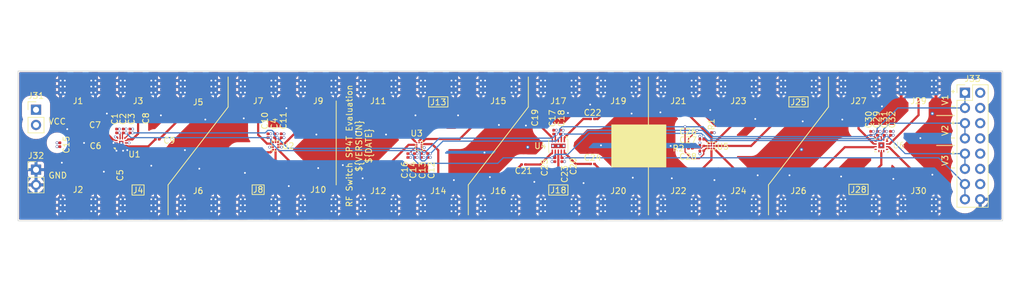
<source format=kicad_pcb>
(kicad_pcb (version 20240108) (generator "pcbnew") (generator_version "8.0")
  (title_block (title "${TITLE}") (date "${DATE}") (rev "${VERSION}") (company "${COPYRIGHT}") (comment 1 "${LICENSE}"))
  (layers (0 "F.Cu" signal) (1 "In1.Cu" signal) (2 "In2.Cu" signal) (31 "B.Cu" signal) (34 "B.Paste" user) (35 "F.Paste" user) (36 "B.SilkS" user "B.Silkscreen") (37 "F.SilkS" user "F.Silkscreen") (38 "B.Mask" user) (39 "F.Mask" user) (44 "Edge.Cuts" user))
  (property "COPYRIGHT" "Copyright 2024 Great Scott Gadgets")
  (property "DATE" "2024-11-11")
  (property "LICENSE" "Licensed under the CERN-OHL-P v2")
  (property "TITLE" "RF Switch SP4T Evaluation")
  (property "VERSION" "0.1.0")
  (net 0 "")
  (net 1 "GND")
  (net 2 "Net-(J9-In)")
  (net 3 "Net-(J10-In)")
  (net 4 "Net-(J11-In)")
  (net 5 "Net-(J12-In)")
  (net 6 "VCC")
  (net 7 "Net-(J1-In)")
  (net 8 "Net-(J2-In)")
  (net 9 "Net-(J3-In)")
  (net 10 "Net-(J4-In)")
  (net 11 "Net-(J5-In)")
  (net 12 "Net-(J6-In)")
  (net 13 "Net-(J7-In)")
  (net 14 "Net-(J8-In)")
  (net 15 "/V1")
  (net 16 "/V3")
  (net 17 "Net-(U1-RFC)")
  (net 18 "Net-(U1-RF1)")
  (net 19 "Net-(U1-RF2)")
  (net 20 "Net-(U1-RF3)")
  (net 21 "Net-(U1-RF4)")
  (net 22 "Net-(J16-In)")
  (net 23 "Net-(U4-J1)")
  (net 24 "/V4")
  (net 25 "Net-(J17-In)")
  (net 26 "Net-(U4-J3)")
  (net 27 "Net-(J18-In)")
  (net 28 "Net-(U4-J2)")
  (net 29 "Net-(U4-RFC)")
  (net 30 "Net-(J19-In)")
  (net 31 "Net-(J20-In)")
  (net 32 "Net-(U4-J4)")
  (net 33 "Net-(J13-In)")
  (net 34 "Net-(J14-In)")
  (net 35 "Net-(J15-In)")
  (net 36 "Net-(J22-In)")
  (net 37 "Net-(J23-In)")
  (net 38 "Net-(J24-In)")
  (net 39 "Net-(J25-In)")
  (net 40 "Net-(J26-In)")
  (net 41 "Net-(J27-In)")
  (net 42 "Net-(J28-In)")
  (net 43 "Net-(J29-In)")
  (net 44 "Net-(J30-In)")
  (net 46 "/V2")
  (net 47 "Net-(J21-In)")
  (footprint "sma-variants:Linx_SMA_CONSMA003.062" (layer "F.Cu") (at 140 120 90)
    (property "Reference" "J8")
    (property "Value" "Conn_Coaxial")
  )
  (footprint "Capacitor_SMD:C_0201_0603Metric" (layer "F.Cu") (at 120 102.8 90)
    (property "Reference" "C8")
    (property "Value" "C")
  )
  (footprint "Capacitor_SMD:C_0201_0603Metric" (layer "F.Cu") (at 213.9 107.5 180)
    (property "Reference" "C27")
    (property "Value" "C")
  )
  (footprint "Capacitor_SMD:C_0201_0603Metric" (layer "F.Cu") (at 242 105.4 90)
    (property "Reference" "C30")
    (property "Value" "C")
  )
  (footprint "sma-variants:Linx_SMA_CONSMA003.062" (layer "F.Cu") (at 170 120 90)
    (property "Reference" "J14")
    (property "Value" "Conn_Coaxial")
  )
  (footprint "sma-variants:Linx_SMA_CONSMA003.062" (layer "F.Cu") (at 140 95 -90)
    (property "Reference" "J7")
    (property "Value" "Conn_Coaxial")
  )
  (footprint "sma-variants:Linx_SMA_CONSMA003.062" (layer "F.Cu") (at 150 95 -90)
    (property "Reference" "J9")
    (property "Value" "Conn_Coaxial")
  )
  (footprint "sma-variants:Linx_SMA_CONSMA003.062" (layer "F.Cu") (at 180 120 90)
    (property "Reference" "J16")
    (property "Value" "Conn_Coaxial")
  )
  (footprint "Capacitor_SMD:C_0201_0603Metric" (layer "F.Cu") (at 190.3 105.2 90)
    (property "Reference" "C18")
    (property "Value" "C")
  )
  (footprint "Capacitor_SMD:C_0201_0603Metric" (layer "F.Cu") (at 189.45 109.8 -90)
    (property "Reference" "C25")
    (property "Value" "C")
  )
  (footprint "sma-variants:Linx_SMA_CONSMA003.062" (layer "F.Cu") (at 110 95 -90)
    (property "Reference" "J1")
    (property "Value" "Conn_Coaxial")
  )
  (footprint "Capacitor_SMD:C_0201_0603Metric" (layer "F.Cu") (at 107 107.3 -90)
    (property "Reference" "C15")
    (property "Value" "C")
  )
  (footprint "sma-variants:Linx_SMA_CONSMA003.062" (layer "F.Cu") (at 240 120 90)
    (property "Reference" "J28")
    (property "Value" "Conn_Coaxial")
  )
  (footprint "sma-variants:Linx_SMA_CONSMA003.062" (layer "F.Cu") (at 250 95 -90)
    (property "Reference" "J29")
    (property "Value" "Conn_Coaxial")
  )
  (footprint "sma-variants:Linx_SMA_CONSMA003.062" (layer "F.Cu") (at 250 120 90)
    (property "Reference" "J30")
    (property "Value" "Conn_Coaxial")
  )
  (footprint "sma-variants:Linx_SMA_CONSMA003.062" (layer "F.Cu") (at 150 120 90)
    (property "Reference" "J10")
    (property "Value" "Conn_Coaxial")
  )
  (footprint "Capacitor_SMD:C_0201_0603Metric" (layer "F.Cu") (at 112.92 108.8 180)
    (property "Reference" "C6")
    (property "Value" "C")
  )
  (footprint "Capacitor_SMD:C_0201_0603Metric" (layer "F.Cu") (at 184.2 110.6 180)
    (property "Reference" "C21")
    (property "Value" "C")
  )
  (footprint "sma-variants:Linx_SMA_CONSMA003.062" (layer "F.Cu") (at 200 95 -90)
    (property "Reference" "J19")
    (property "Value" "Conn_Coaxial")
  )
  (footprint "sma-variants:Linx_SMA_CONSMA003.062" (layer "F.Cu") (at 220 120 90)
    (property "Reference" "J24")
    (property "Value" "Conn_Coaxial")
  )
  (footprint "Connector_PinHeader_2.54mm:PinHeader_1x02_P2.54mm_Vertical" (layer "F.Cu") (at 103 101.46)
    (property "Reference" "J31")
    (property "Value" "Conn_01x02")
  )
  (footprint "sma-variants:Linx_SMA_CONSMA003.062" (layer "F.Cu") (at 120 120 90)
    (property "Reference" "J4")
    (property "Value" "Conn_Coaxial")
  )
  (footprint "Capacitor_SMD:C_0201_0603Metric" (layer "F.Cu") (at 168.2 109.1 -90)
    (property "Reference" "C12")
    (property "Value" "C")
  )
  (footprint "sma-variants:Linx_SMA_CONSMA003.062" (layer "F.Cu") (at 170 95 -90)
    (property "Reference" "J13")
    (property "Value" "Conn_Coaxial")
  )
  (footprint "sma-variants:Linx_SMA_CONSMA003.062" (layer "F.Cu") (at 200 120 90)
    (property "Reference" "J20")
    (property "Value" "Conn_Coaxial")
  )
  (footprint "Connector_PinHeader_2.54mm:PinHeader_1x02_P2.54mm_Vertical" (layer "F.Cu") (at 103 111.46)
    (property "Reference" "J32")
    (property "Value" "Conn_01x02")
  )
  (footprint "eval:ATSLP-10-50" (layer "F.Cu") (at 142.9 107.5 180)
    (property "Reference" "U2")
    (property "Value" "BGS14PN10")
  )
  (footprint "Capacitor_SMD:C_0201_0603Metric" (layer "F.Cu") (at 189.2 105.2 90)
    (property "Reference" "C17")
    (property "Value" "C")
  )
  (footprint "Capacitor_SMD:C_0201_0603Metric" (layer "F.Cu") (at 143.8 105.8 90)
    (property "Reference" "C11")
    (property "Value" "C")
  )
  (footprint "sma-variants:Linx_SMA_CONSMA003.062" (layer "F.Cu") (at 130 95 -90)
    (property "Reference" "J5")
    (property "Value" "Conn_Coaxial")
  )
  (footprint "Capacitor_SMD:C_0201_0603Metric" (layer "F.Cu") (at 141.6 105.8 90)
    (property "Reference" "C10")
    (property "Value" "C")
  )
  (footprint "Capacitor_SMD:C_0201_0603Metric" (layer "F.Cu") (at 213.9 108.3 180)
    (property "Reference" "C28")
    (property "Value" "C")
  )
  (footprint "Capacitor_SMD:C_0201_0603Metric" (layer "F.Cu") (at 164.9 109.1 -90)
    (property "Reference" "C16")
    (property "Value" "C")
  )
  (footprint "Capacitor_SMD:C_0201_0603Metric" (layer "F.Cu") (at 117.5 105 90)
    (property "Reference" "C2")
    (property "Value" "C")
  )
  (footprint "Capacitor_SMD:C_0201_0603Metric" (layer "F.Cu") (at 213.9 106.4 180)
    (property "Reference" "C26")
    (property "Value" "C")
  )
  (footprint "sma-variants:Linx_SMA_CONSMA003.062" (layer "F.Cu") (at 160 95 -90)
    (property "Reference" "J11")
    (property "Value" "Conn_Coaxial")
  )
  (footprint "sma-variants:Linx_SMA_CONSMA003.062" (layer "F.Cu") (at 240 95 -90)
    (property "Reference" "J27")
    (property "Value" "Conn_Coaxial")
  )
  (footprint "sma-variants:Linx_SMA_CONSMA003.062" (layer "F.Cu") (at 180 95 -90)
    (property "Reference" "J15")
    (property "Value" "Conn_Coaxial")
  )
  (footprint "Capacitor_SMD:C_0201_0603Metric" (layer "F.Cu") (at 166 109.1 -90)
    (property "Reference" "C14")
    (property "Value" "C")
  )
  (footprint "Capacitor_SMD:C_0201_0603Metric" (layer "F.Cu") (at 116.4 105 90)
    (property "Reference" "C1")
    (property "Value" "C")
  )
  (footprint "Resistor_SMD:R_0201_0603Metric" (layer "F.Cu") (at 215.5 105.6 90)
    (property "Reference" "R1")
    (property "Value" "0")
  )
  (footprint "sma-variants:Linx_SMA_CONSMA003.062" (layer "F.Cu") (at 210 120 90)
    (property "Reference" "J22")
    (property "Value" "Conn_Coaxial")
  )
  (footprint "Capacitor_SMD:C_0201_0603Metric" (layer "F.Cu") (at 117 110.5 90)
    (property "Reference" "C5")
    (property "Value" "C")
  )
  (footprint "sma-variants:Linx_SMA_CONSMA003.062" (layer "F.Cu") (at 210 95 -90)
    (property "Reference" "J21")
    (property "Value" "Conn_Coaxial")
  )
  (footprint "Capacitor_SMD:C_0201_0603Metric" (layer "F.Cu") (at 118.6 105 90)
    (property "Reference" "C3")
    (property "Value" "C")
  )
  (footprint "Capacitor_SMD:C_0201_0603Metric" (layer "F.Cu") (at 190.55 109.8 -90)
    (property "Reference" "C20")
    (property "Value" "C")
  )
  (footprint "Capacitor_SMD:C_0201_0603Metric" (layer "F.Cu") (at 167.1 109.1 -90)
    (property "Reference" "C13")
    (property "Value" "C")
  )
  (footprint "eval:SKY13322-375LF" (layer "F.Cu") (at 190 107.5 -90)
    (property "Reference" "U4")
    (property "Value" "SKY13322" (hide yes))
  )
  (footprint "Capacitor_SMD:C_0201_0603Metric" (layer "F.Cu") (at 244.2 105.4 90)
    (property "Reference" "C31")
    (property "Value" "C")
  )
  (footprint "Capacitor_SMD:C_0201_0603Metric" (layer "F.Cu") (at 245.3 105.4 90)
    (property "Reference" "C32")
    (property "Value" "C")
  )
  (footprint "Capacitor_SMD:C_0201_0603Metric" (layer "F.Cu") (at 123.2 106.4)
    (property "Reference" "C9")
    (property "Value" "C")
  )
  (footprint "sma-variants:Linx_SMA_CONSMA003.062" (layer "F.Cu") (at 130 120 90)
    (property "Reference" "J6")
    (property "Value" "Conn_Coaxial")
  )
  (footprint "Connector_PinHeader_2.54mm:PinHeader_2x08_P2.54mm_Vertical" (layer "F.Cu") (at 257.725 98.625)
    (property "Reference" "J33")
    (property "Value" "Conn_02x08_Odd_Even")
  )
  (footprint "sma-variants:Linx_SMA_CONSMA003.062" (layer "F.Cu") (at 190 120 90)
    (property "Reference" "J18")
    (property "Value" "Conn_Coaxial")
  )
  (footprint "eval:TSNP-10-10" (layer "F.Cu") (at 166.8 107.5)
    (property "Reference" "U3")
    (property "Value" "BGSA14M2N10")
  )
  (footprint "Capacitor_SMD:C_0201_0603Metric" (layer "F.Cu") (at 195.7 103)
    (property "Reference" "C22")
    (property "Value" "C")
  )
  (footprint "Capacitor_SMD:C_0201_0603Metric" (layer "F.Cu") (at 142.7 105.8 90)
    (property "Reference" "C4")
    (property "Value" "C")
  )
  (footprint "Capacitor_SMD:C_0201_0603Metric" (layer "F.Cu") (at 112.9 105.2 180)
    (property "Reference" "C7")
    (property "Value" "C")
  )
  (footprint "Capacitor_SMD:C_0201_0603Metric" (layer "F.Cu") (at 187.4 102.8 -90)
    (property "Reference" "C19")
    (property "Value" "C")
  )
  (footprint "eval:SKY13414" (layer "F.Cu") (at 243.8 107.4 180)
    (property "Reference" "U6")
    (property "Value" "MXD8641H")
  )
  (footprint "Capacitor_SMD:C_0201_0603Metric" (layer "F.Cu") (at 243.1 105.4 90)
    (property "Reference" "C29")
    (property "Value" "C")
  )
  (footprint "Resistor_SMD:R_0201_0603Metric" (layer "F.Cu") (at 212 107.9)
    (property "Reference" "R2")
    (property "Value" "0")
  )
  (footprint "RF:Skyworks_SKY13575_639LF" (layer "F.Cu") (at 117.2 107 90)
    (property "Reference" "U1")
    (property "Value" "SKY13575-639LF")
  )
  (footprint "eval:TSNP-9-3" (layer "F.Cu") (at 215.5 107.5 90)
    (property "Reference" "U5")
    (property "Value" "WS7854QA")
  )
  (footprint "sma-variants:Linx_SMA_CONSMA003.062" (layer "F.Cu") (at 190 95 -90)
    (property "Reference" "J17")
    (property "Value" "Conn_Coaxial")
  )
  (footprint "sma-variants:Linx_SMA_CONSMA003.062" (layer "F.Cu") (at 230 120 90)
    (property "Reference" "J26")
    (property "Value" "Conn_Coaxial")
  )
  (footprint "Capacitor_SMD:C_0201_0603Metric" (layer "F.Cu") (at 190 112.2 -90)
    (property "Reference" "C23")
    (property "Value" "C")
  )
  (footprint "sma-variants:Linx_SMA_CONSMA003.062" (layer "F.Cu") (at 160 120 90)
    (property "Reference" "J12")
    (property "Value" "Conn_Coaxial")
  )
  (footprint "sma-variants:Linx_SMA_CONSMA003.062" (layer "F.Cu") (at 220 95 -90)
    (property "Reference" "J23")
    (property "Value" "Conn_Coaxial")
  )
  (footprint "sma-variants:Linx_SMA_CONSMA003.062" (layer "F.Cu") (at 110 120 90)
    (property "Reference" "J2")
    (property "Value" "Conn_Coaxial")
  )
  (footprint "sma-variants:Linx_SMA_CONSMA003.062" (layer "F.Cu") (at 120 95 -90)
    (property "Reference" "J3")
    (property "Value" "Conn_Coaxial")
  )
  (footprint "Capacitor_SMD:C_0201_0603Metric" (layer "F.Cu") (at 195.7 110.5)
    (property "Reference" "C24")
    (property "Value" "C")
  )
  (footprint "sma-variants:Linx_SMA_CONSMA003.062" (layer "F.Cu") (at 230 95 -90)
    (property "Reference" "J25")
    (property "Value" "Conn_Coaxial")
  )
  (gr_rect (start 198.9 104) (end 207.9 111) (stroke (width 0.15)) (fill solid) (layer "F.SilkS"))
  (gr_line (start 235 96) (end 235 101) (stroke (width 0.15)) (layer "F.SilkS"))
  (gr_line (start 205 96) (end 205 119) (stroke (width 0.15)) (layer "F.SilkS"))
  (gr_line (start 255.5 98.425) (end 256 98.425) (stroke (width 0.15)) (layer "F.SilkS"))
  (gr_line (start 255.75 103.425) (end 255.75 103.925) (stroke (width 0.15)) (layer "F.SilkS"))
  (gr_line (start 256 107.425) (end 253 107.425) (stroke (width 0.15)) (layer "F.SilkS"))
  (gr_line (start 255.75 108.425) (end 255.75 108.925) (stroke (width 0.15)) (layer "F.SilkS"))
  (gr_line (start 255.75 98.175) (end 255.75 98.675) (stroke (width 0.15)) (layer "F.SilkS"))
  (gr_line (start 175 114) (end 175 119) (stroke (width 0.15)) (layer "F.SilkS"))
  (gr_line (start 225 114) (end 225 119) (stroke (width 0.15)) (layer "F.SilkS"))
  (gr_rect (start 139 114) (end 141 115.6) (stroke (width 0.15)) (fill none) (layer "F.SilkS"))
  (gr_line (start 255.5 108.675) (end 256 108.675) (stroke (width 0.15)) (layer "F.SilkS"))
  (gr_line (start 255.5 100.925) (end 256 100.925) (stroke (width 0.15)) (layer "F.SilkS"))
  (gr_rect (start 228.4 99.3) (end 231.6 101) (stroke (width 0.15)) (fill none) (layer "F.SilkS"))
  (gr_line (start 135 96) (end 135 101) (stroke (width 0.15)) (layer "F.SilkS"))
  (gr_line (start 125 114) (end 125 119) (stroke (width 0.15)) (layer "F.SilkS"))
  (gr_line (start 185 101) (end 175 114) (stroke (width 0.15)) (layer "F.SilkS"))
  (gr_line (start 255.5 111.175) (end 256 111.175) (stroke (width 0.15)) (layer "F.SilkS"))
  (gr_line (start 135 101) (end 125 114) (stroke (width 0.15)) (layer "F.SilkS"))
  (gr_rect (start 188.4 114) (end 191.6 115.7) (stroke (width 0.15)) (fill none) (layer "F.SilkS"))
  (gr_rect (start 119 114) (end 121 115.7) (stroke (width 0.15)) (fill none) (layer "F.SilkS"))
  (gr_line (start 153 100) (end 153 114) (stroke (width 0.15)) (layer "F.SilkS"))
  (gr_line (start 256 102.425) (end 253 102.425) (stroke (width 0.15)) (layer "F.SilkS"))
  (gr_rect (start 168.4 99.3) (end 171.6 101) (stroke (width 0.15)) (fill none) (layer "F.SilkS"))
  (gr_line (start 255.5 106.175) (end 256 106.175) (stroke (width 0.15)) (layer "F.SilkS"))
  (gr_line (start 185 96) (end 185 101) (stroke (width 0.15)) (layer "F.SilkS"))
  (gr_line (start 255.5 103.675) (end 256 103.675) (stroke (width 0.15)) (layer "F.SilkS"))
  (gr_line (start 235 101) (end 225 114) (stroke (width 0.15)) (layer "F.SilkS"))
  (gr_rect (start 238.4 113.9) (end 241.6 115.6) (stroke (width 0.15)) (fill none) (layer "F.SilkS"))
  (gr_rect (start 100 95) (end 264 120) (stroke (width 0.1)) (fill none) (layer "Edge.Cuts"))
  (gr_text "${TITLE}\n${REVISION}\n${ISSUE_DATE}" (at 159 107.5 90) (layer "F.SilkS") (effects (font (size 1 1)) (justify bottom)))
  (gr_text "V3" (at 255 109.925 90) (layer "F.SilkS") (effects (font (size 1 1)) (justify bottom)))
  (gr_text "V1" (at 255 99.825 90) (layer "F.SilkS") (effects (font (size 1 1)) (justify bottom)))
  (gr_text "GND" (at 105 113 0) (layer "F.SilkS") (effects (font (size 1 1)) (justify left bottom)))
  (gr_text "VCC" (at 105 104 0) (layer "F.SilkS") (effects (font (size 1 1)) (justify left bottom)))
  (gr_text "V2" (at 255 104.925 90) (layer "F.SilkS") (effects (font (size 1 1)) (justify bottom)))
  (segment (start 244.2 105.08) (end 244.7 105.08) (width 0.36576) (layer "F.Cu") (net 1))
  (segment (start 215.5 105.28) (end 215.98 105.28) (width 0.36576) (layer "F.Cu") (net 1))
  (segment (start 117.4 108.2) (end 117.5 108.3) (width 0.2) (layer "F.Cu") (net 1))
  (segment (start 116.472 106) (end 116.2 106) (width 0.2) (layer "F.Cu") (net 1))
  (segment (start 167.575 107.675) (end 167.68 107.78) (width 0.2) (layer "F.Cu") (net 1))
  (segment (start 243.1 105.08) (end 243.6 105.08) (width 0.36576) (layer "F.Cu") (net 1))
  (segment (start 245.79 105.08) (end 245.8 105.07) (width 0.36576) (layer "F.Cu") (net 1))
  (segment (start 142.5 107.7) (end 141.9 107.7) (width 0.25) (layer "F.Cu") (net 1))
  (segment (start 118.6 104.68) (end 119.1 104.68) (width 0.36576) (layer "F.Cu") (net 1))
  (segment (start 116.6 106.128) (end 116.472 106) (width 0.2) (layer "F.Cu") (net 1))
  (segment (start 213.58 108.3) (end 213.58 108.8) (width 0.36576) (layer "F.Cu") (net 1))
  (segment (start 118.136 108.2) (end 118.2 108.2) (width 0.2) (layer "F.Cu") (net 1))
  (segment (start 242 105.08) (end 242.5 105.08) (width 0.36576) (layer "F.Cu") (net 1))
  (segment (start 143.8 105.48) (end 144.3 105.48) (width 0.36576) (layer "F.Cu") (net 1))
  (segment (start 141.6 105.48) (end 142.1 105.48) (width 0.36576) (layer "F.Cu") (net 1))
  (segment (start 190.3 104.88) (end 190.8 104.88) (width 0.36576) (layer "F.Cu") (net 1))
  (segment (start 168.69 109.42) (end 168.7 109.41) (width 0.36576) (layer "F.Cu") (net 1))
  (segment (start 213.58 107.5) (end 213.58 107) (width 0.36576) (layer "F.Cu") (net 1))
  (segment (start 116.599 107.866) (end 116.599 108.101) (width 0.2) (layer "F.Cu") (net 1))
  (segment (start 117.972 107) (end 118.5 107) (width 0.2) (layer "F.Cu") (net 1))
  (segment (start 164.9 109.42) (end 165.4 109.42) (width 0.36576) (layer "F.Cu") (net 1))
  (segment (start 213.58 106.4) (end 213.58 105.9) (width 0.36576) (layer "F.Cu") (net 1))
  (segment (start 167.175 107.675) (end 167.575 107.675) (width 0.2) (layer "F.Cu") (net 1))
  (segment (start 189.45 110.12) (end 188.95 110.12) (width 0.36576) (layer "F.Cu") (net 1))
  (segment (start 168.2 109.42) (end 168.69 109.42) (width 0.36576) (layer "F.Cu") (net 1))
  (segment (start 116.428 107) (end 115.9 107) (width 0.2) (layer "F.Cu") (net 1))
  (segment (start 117.4 107.772) (end 117.4 108.2) (width 0.2) (layer "F.Cu") (net 1))
  (segment (start 142.7 105.48) (end 143.2 105.48) (width 0.36576) (layer "F.Cu") (net 1))
  (segment (start 190.55 110.12) (end 191.05 110.12) (width 0.36576) (layer "F.Cu") (net 1))
  (segment (start 116.4 104.68) (end 116.9 104.68) (width 0.36576) (layer "F.Cu") (net 1))
  (segment (start 245.3 105.08) (end 245.79 105.08) (width 0.36576) (layer "F.Cu") (net 1))
  (segment (start 117.802 107.866) (end 118.136 108.2) (width 0.2) (layer "F.Cu") (net 1))
  (segment (start 143.3 107.7) (end 143.9 107.7) (width 0.25) (layer "F.Cu") (net 1))
  (segment (start 189.2 104.88) (end 189.7 104.88) (width 0.36576) (layer "F.Cu") (net 1))
  (segment (start 117.5 104.68) (end 118 104.68) (width 0.36576) (layer "F.Cu") (net 1))
  (segment (start 166 109.42) (end 166.5 109.42) (width 0.36576) (layer "F.Cu") (net 1))
  (segment (start 116.599 108.101) (end 116.4 108.3) (width 0.2) (layer "F.Cu") (net 1))
  (segment (start 107 107.62) (end 106.5 107.62) (width 0.36576) (layer "F.Cu") (net 1))
  (segment (start 167.1 109.42) (end 167.6 109.42) (width 0.36576) (layer "F.Cu") (net 1))
  (segment (start 215.98 105.28) (end 216 105.3) (width 0.36576) (layer "F.Cu") (net 1))
  (via (at 191.05 110.12) (size 0.45) (drill 0.3) (layers "F.Cu" "B.Cu") (net 1))
  (via (at 117.2 107) (size 0.45) (drill 0.3) (layers "F.Cu" "B.Cu") (net 1))
  (via (at 252.3 102.1) (size 0.6) (drill 0.3) (layers "F.Cu" "B.Cu") (net 1))
  (via (at 118.5 107) (size 0.45) (drill 0.3) (layers "F.Cu" "B.Cu") (net 1))
  (via (at 166.2 102.4) (size 0.6) (drill 0.3) (layers "F.Cu" "B.Cu") (net 1))
  (via (at 130.2 111.3) (size 0.6) (drill 0.3) (layers "F.Cu" "B.Cu") (net 1))
  (via (at 172.6 113.2) (size 0.6) (drill 0.3) (layers "F.Cu" "B.Cu") (net 1))
  (via (at 116.2 106) (size 0.45) (drill 0.3) (layers "F.Cu" "B.Cu") (net 1))
  (via (at 245.8 105.07) (size 0.45) (drill 0.3) (layers "F.Cu" "B.Cu") (net 1))
  (via (at 168.7 109.41) (size 0.45) (drill 0.3) (layers "F.Cu" "B.Cu") (net 1))
  (via (at 184.9 107.7) (size 0.6) (drill 0.3) (layers "F.Cu" "B.Cu") (net 1))
  (via (at 215.3 101.5) (size 0.6) (drill 0.3) (layers "F.Cu" "B.Cu") (net 1))
  (via (at 157.4 112.9) (size 0.6) (drill 0.3) (layers "F.Cu" "B.Cu") (net 1))
  (via (at 127.8 108.2) (size 0.6) (drill 0.3) (layers "F.Cu" "B.Cu") (net 1))
  (via (at 173.3 102.4) (size 0.6) (drill 0.3) (layers "F.Cu" "B.Cu") (net 1))
  (via (at 186 113.5) (size 0.6) (drill 0.3) (layers "F.Cu" "B.Cu") (net 1))
  (via (at 216 105.3) (size 0.45) (drill 0.3) (layers "F.Cu" "B.Cu") (net 1))
  (via (at 106.5 107.62) (size 0.45) (drill 0.3) (layers "F.Cu" "B.Cu") (net 1))
  (via (at 150 111.2) (size 0.6) (drill 0.3) (layers "F.Cu" "B.Cu") (net 1))
  (via (at 141.9 107.7) (size 0.45) (drill 0.3) (layers "F.Cu" "B.Cu") (net 1))
  (via (at 189.7 104.88) (size 0.45) (drill 0.3) (layers "F.Cu" "B.Cu") (net 1))
  (via (at 143.2 105.48) (size 0.45) (drill 0.3) (layers "F.Cu" "B.Cu") (net 1))
  (via (at 144.3 105.48) (size 0.45) (drill 0.3) (layers "F.Cu" "B.Cu") (net 1))
  (via (at 180.1 104) (size 0.6) (drill 0.3) (layers "F.Cu" "B.Cu") (net 1))
  (via (at 107.3 110.3) (size 0.6) (drill 0.3) (layers "F.Cu" "B.Cu") (net 1))
  (via (at 116.9 104.68) (size 0.45) (drill 0.3) (layers "F.Cu" "B.Cu") (net 1))
  (via (at 190.8 104.88) (size 0.45) (drill 0.3) (layers "F.Cu" "B.Cu") (net 1))
  (via (at 154.1 110.7) (size 0.6) (drill 0.3) (layers "F.Cu" "B.Cu") (net 1))
  (via (at 118.2 108.2) (size 0.45) (drill 0.3) (layers "F.Cu" "B.Cu") (net 1))
  (via (at 137.6 102.9) (size 0.6) (drill 0.3) (layers "F.Cu" "B.Cu") (net 1))
  (via (at 167.6 109.42) (size 0.45) (drill 0.3) (layers "F.Cu" "B.Cu") (net 1))
  (via (at 188.95 110.12) (size 0.45) (drill 0.3) (layers "F.Cu" "B.Cu") (net 1))
  (via (at 242.5 105.08) (size 0.45) (drill 0.3) (layers "F.Cu" "B.Cu") (net 1))
  (via (at 149.7 105.6) (size 0.6) (drill 0.3) (layers "F.Cu" "B.Cu") (net 1))
  (via (at 208.9 112.9) (size 0.6) (drill 0.3) (layers "F.Cu" "B.Cu") (net 1))
  (via (at 207 101.9) (size 0.6) (drill 0.3) (layers "F.Cu" "B.Cu") (net 1))
  (via (at 228.5 112.4) (size 0.6) (drill 0.3) (layers "F.Cu" "B.Cu") (net 1))
  (via (at 252.3 112.3) (size 0.6) (drill 0.3) (layers "F.Cu" "B.Cu") (net 1))
  (via (at 213.58 105.9) (size 0.45) (drill 0.3) (layers "F.Cu" "B.Cu") (net 1))
  (via (at 114.8 102.1) (size 0.6) (drill 0.3) (layers "F.Cu" "B.Cu") (net 1))
  (via (at 108.2 104.7) (size 0.6) (drill 0.3) (layers "F.Cu" "B.Cu") (net 1))
  (via (at 216 113.2) (size 0.6) (drill 0.3) (layers "F.Cu" "B.Cu") (net 1))
  (via (at 143.9 107.7) (size 0.45) (drill 0.3) (layers "F.Cu" "B.Cu") (net 1))
  (via (at 243.9 100.9) (size 0.6) (drill 0.3) (layers "F.Cu" "B.Cu") (net 1))
  (via (at 116.4 108.3) (size 0.45) (drill 0.3) (layers "F.Cu" "B.Cu") (net 1))
  (via (at 222.8 103) (size 0.6) (drill 0.3) (layers "F.Cu" "B.Cu") (net 1))
  (via (at 142.1 105.48) (size 0.45) (drill 0.3) (layers "F.Cu" "B.Cu") (net 1))
  (via (at 208.7 107.5) (size 0.6) (drill 0.3) (layers "F.Cu" "B.Cu") (net 1))
  (via (at 213.58 108.8) (size 0.45) (drill 0.3) (layers "F.Cu" "B.Cu") (net 1))
  (via (at 122.2 110.8) (size 0.6) (drill 0.3) (layers "F.Cu" "B.Cu") (net 1))
  (via (at 213.58 107) (size 0.45) (drill 0.3) (layers "F.Cu" "B.Cu") (net 1))
  (via (at 156.3 105.1) (size 0.6) (drill 0.3) (layers "F.Cu" "B.Cu") (net 1))
  (via (at 243.8 107.4) (size 0.45) (drill 0.3) (layers "F.Cu" "B.Cu") (net 1))
  (via (at 118 104.68) (size 0.45) (drill 0.3) (layers "F.Cu" "B.Cu") (net 1))
  (via (at 167.68 107.78) (size 0.45) (drill 0.3) (layers "F.Cu" "B.Cu") (net 1))
  (via (at 230.5 108.1) (size 0.6) (drill 0.3) (layers "F.Cu" "B.Cu") (net 1))
  (via (at 245.8 113) (size 0.6) (drill 0.3) (layers "F.Cu" "B.Cu") (net 1))
  (via (at 250.3 106.2) (size 0.6) (drill 0.3) (layers "F.Cu" "B.Cu") (net 1))
  (via (at 191.6 102) (size 0.6) (drill 0.3) (layers "F.Cu" "B.Cu") (net 1))
  (via (at 119.1 104.68) (size 0.45) (drill 0.3) (layers "F.Cu" "B.Cu") (net 1))
  (via (at 194.2 113.7) (size 0.6) (drill 0.3) (layers "F.Cu" "B.Cu") (net 1))
  (via (at 166.5 109.42) (size 0.45) (drill 0.3) (layers "F.Cu" "B.Cu") (net 1))
  (via (at 144.7 101.2) (size 0.6) (drill 0.3) (layers "F.Cu" "B.Cu") (net 1))
  (via (at 223.2 112.4) (size 0.6) (drill 0.3) (layers "F.Cu" "B.Cu") (net 1))
  (via (at 202.4 112.8) (size 0.6) (drill 0.3) (layers "F.Cu" "B.Cu") (net 1))
  (via (at 184.6 104.1) (size 0.6) (drill 0.3) (layers "F.Cu" "B.Cu") (net 1))
  (via (at 131.2 103.1) (size 0.6) (drill 0.3) (layers "F.Cu" "B.Cu") (net 1))
  (via (at 111 107) (size 0.6) (drill 0.3) (layers "F.Cu" "B.Cu") (net 1))
  (via (at 230.7 103.4) (size 0.6) (drill 0.3) (layers "F.Cu" "B.Cu") (net 1))
  (via (at 145.1 114.2) (size 0.6) (drill 0.3) (layers "F.Cu" "B.Cu") (net 1))
  (via (at 117.5 108.3) (size 0.45) (drill 0.3) (layers "F.Cu" "B.Cu") (net 1))
  (via (at 243.6 105.08) (size 0.45) (drill 0.3) (layers "F.Cu" "B.Cu") (net 1))
  (via (at 244.7 105.08) (size 0.45) (drill 0.3) (layers "F.Cu" "B.Cu") (net 1))
  (via (at 197.1 107.4) (size 0.6) (drill 0.3) (layers "F.Cu" "B.Cu") (net 1))
  (via (at 137.8 112) (size 0.6) (drill 0.3) (layers "F.Cu" "B.Cu") (net 1))
  (via (at 237.3 103.1) (size 0.6) (drill 0.3) (layers "F.Cu" "B.Cu") (net 1))
  (via (at 123.8 102.4) (size 0.6) (drill 0.3) (layers "F.Cu" "B.Cu") (net 1))
  (via (at 115.9 107) (size 0.45) (drill 0.3) (layers "F.Cu" "B.Cu") (net 1))
  (via (at 195.3 100.6) (size 0.6) (drill 0.3) (layers "F.Cu" "B.Cu") (net 1))
  (via (at 161.3 105.6) (size 0.6) (drill 0.3) (layers "F.Cu" "B.Cu") (net 1))
  (via (at 165.4 109.42) (size 0.45) (drill 0.3) (layers "F.Cu" "B.Cu") (net 1))
  (via (at 177.7 108.6) (size 0.6) (drill 0.3) (layers "F.Cu" "B.Cu") (net 1))
  (via (at 237.1 112.6) (size 0.6) (drill 0.3) (layers "F.Cu" "B.Cu") (net 1))
  (via (at 178.6 112.7) (size 0.6) (drill 0.3) (layers "F.Cu" "B.Cu") (net 1))
  (via (at 165.3 113.2) (size 0.6) (drill 0.3) (layers "F.Cu" "B.Cu") (net 1))
  (via (at 202.2 102.1) (size 0.6) (drill 0.3) (layers "F.Cu" "B.Cu") (net 1))
  (via (at 114.3 111.8) (size 0.6) (drill 0.3) (layers "F.Cu" "B.Cu") (net 1))
  (segment (start 144.38288 107.11712) (end 143.73 107.11712) (width 0.36576) (layer "F.Cu") (net 2))
  (segment (start 143.54712 107.3) (end 143.73 107.11712) (width 0.25) (layer "F.Cu") (net 2))
  (segment (start 143.3 107.3) (end 143.54712 107.3) (width 0.25) (layer "F.Cu") (net 2))
  (segment (start 150 97.132) (end 150 101.5) (width 0.36576) (layer "F.Cu") (net 2))
  (segment (start 150 101.5) (end 144.38288 107.11712) (width 0.36576) (layer "F.Cu") (net 2))
  (segment (start 143.3 108.11) (end 143.48 108.29) (width 0.25) (layer "F.Cu") (net 3))
  (segment (start 150 117.868) (end 150 114.81) (width 0.36576) (layer "F.Cu") (net 3))
  (segment (start 143.3 108.1) (end 143.3 108.11) (width 0.25) (layer "F.Cu") (net 3))
  (segment (start 150 114.81) (end 143.48 108.29) (width 0.36576) (layer "F.Cu") (net 3))
  (segment (start 166.425 106.975) (end 166.375 106.975) (width 0.2) (layer "F.Cu") (net 4))
  (segment (start 160 97.132) (end 160 100.6) (width 0.36576) (layer "F.Cu") (net 4))
  (segment (start 160 100.6) (end 166.14 106.74) (width 0.36576) (layer "F.Cu") (net 4))
  (segment (start 166.375 106.975) (end 166.14 106.74) (width 0.2) (layer "F.Cu") (net 4))
  (segment (start 166.015 107.325) (end 166.005171 107.315171) (width 0.2) (layer "F.Cu") (net 5))
  (segment (start 160 112.37) (end 165.054829 107.315171) (width 0.36576) (layer "F.Cu") (net 5))
  (segment (start 166.425 107.325) (end 166.015 107.325) (width 0.2) (layer "F.Cu") (net 5))
  (segment (start 160 117.868) (end 160 112.37) (width 0.36576) (layer "F.Cu") (net 5))
  (segment (start 165.054829 107.315171) (end 166.005171 107.315171) (width 0.36576) (layer "F.Cu") (net 5))
  (segment (start 116.4 105.32) (end 116.9 105.32) (width 0.36576) (layer "F.Cu") (net 6))
  (segment (start 117 106.228) (end 117 105.42) (width 0.2) (layer "F.Cu") (net 6))
  (segment (start 143.8 106.262463) (end 143.8 106.12) (width 0.25) (layer "F.Cu") (net 6))
  (segment (start 166 108.78) (end 166.5 108.78) (width 0.36576) (layer "F.Cu") (net 6))
  (segment (start 244.7525 106.3875) (end 244.7525 106.725) (width 0.2) (layer "F.Cu") (net 6))
  (segment (start 107 106.98) (end 106.5 106.98) (width 0.36576) (layer "F.Cu") (net 6))
  (segment (start 117 105.42) (end 116.9 105.32) (width 0.2) (layer "F.Cu") (net 6))
  (segment (start 143.8 106.12) (end 144.3 106.12) (width 0.36576) (layer "F.Cu") (net 6))
  (segment (start 245.3 105.84) (end 244.7525 106.3875) (width 0.2) (layer "F.Cu") (net 6))
  (segment (start 143.3 106.9) (end 143.3 106.762463) (width 0.25) (layer "F.Cu") (net 6))
  (segment (start 245.3 105.72) (end 245.8 105.72) (width 0.36576) (layer "F.Cu") (net 6))
  (segment (start 143.3 106.762463) (end 143.8 106.262463) (width 0.25) (layer "F.Cu") (net 6))
  (segment (start 166.425 108.705) (end 166.5 108.78) (width 0.2) (layer "F.Cu") (net 6))
  (segment (start 245.3 105.72) (end 245.3 105.84) (width 0.2) (layer "F.Cu") (net 6))
  (segment (start 166.425 108.025) (end 166.425 108.705) (width 0.2) (layer "F.Cu") (net 6))
  (via (at 106.5 106.98) (size 0.45) (drill 0.3) (layers "F.Cu" "B.Cu") (net 6))
  (via (at 245.8 105.72) (size 0.45) (drill 0.3) (layers "F.Cu" "B.Cu") (net 6))
  (via (at 166.5 108.78) (size 0.45) (drill 0.3) (layers "F.Cu" "B.Cu") (net 6))
  (via (at 116.9 105.32) (size 0.45) (drill 0.3) (layers "F.Cu" "B.Cu") (net 6))
  (via (at 144.3 106.12) (size 0.45) (drill 0.3) (layers "F.Cu" "B.Cu") (net 6))
  (segment (start 112.58 105.2) (end 110 102.62) (width 0.36576) (layer "F.Cu") (net 7))
  (segment (start 110 102.62) (end 110 97.132) (width 0.36576) (layer "F.Cu") (net 7))
  (segment (start 110 111.4) (end 112.6 108.8) (width 0.36576) (layer "F.Cu") (net 8))
  (segment (start 110 117.868) (end 110 111.4) (width 0.36576) (layer "F.Cu") (net 8))
  (segment (start 120 97.132) (end 120 102.48) (width 0.36576) (layer "F.Cu") (net 9))
  (segment (start 120 117.868) (end 120 113.82) (width 0.36576) (layer "F.Cu") (net 10))
  (segment (start 120 113.82) (end 117 110.82) (width 0.36576) (layer "F.Cu") (net 10))
  (segment (start 130 97.132) (end 130 99.92) (width 0.36576) (layer "F.Cu") (net 11))
  (segment (start 130 99.92) (end 123.52 106.4) (width 0.36576) (layer "F.Cu") (net 11))
  (segment (start 130 115.2) (end 136.63 108.57) (width 0.36576) (layer "F.Cu") (net 12))
  (segment (start 142.5 108.13) (end 142.31 108.32) (width 0.25) (layer "F.Cu") (net 12))
  (segment (start 142.5 108.1) (end 142.5 108.13) (width 0.25) (layer "F.Cu") (net 12))
  (segment (start 136.63 108.57) (end 142.06 108.57) (width 0.36576) (layer "F.Cu") (net 12))
  (segment (start 130 117.868) (end 130 115.2) (width 0.36576) (layer "F.Cu") (net 12))
  (segment (start 142.06 108.57) (end 142.31 108.32) (width 0.36576) (layer "F.Cu") (net 12))
  (segment (start 140 105.64) (end 141.47712 107.11712) (width 0.36576) (layer "F.Cu") (net 13))
  (segment (start 142.5 107.3) (end 142.25288 107.3) (width 0.25) (layer "F.Cu") (net 13))
  (segment (start 140 97.132) (end 140 105.64) (width 0.36576) (layer "F.Cu") (net 13))
  (segment (start 142.25288 107.3) (end 142.07 107.11712) (width 0.25) (layer "F.Cu") (net 13))
  (segment (start 141.47712 107.11712) (end 142.07 107.11712) (width 0.36576) (layer "F.Cu") (net 13))
  (segment (start 140 114.67) (end 142.9 111.77) (width 0.36576) (layer "F.Cu") (net 14))
  (segment (start 140 117.868) (end 140 114.67) (width 0.36576) (layer "F.Cu") (net 14))
  (segment (start 142.9 111.77) (end 142.9 108.41) (width 0.36576) (layer "F.Cu") (net 14))
  (segment (start 142.9 108.1) (end 142.9 108.41) (width 0.25) (layer "F.Cu") (net 14))
  (segment (start 167.1 108.672893) (end 167.1 108.78) (width 0.2) (layer "F.Cu") (net 15))
  (segment (start 189.2 105.52) (end 189.7 105.52) (width 0.36576) (layer "F.Cu") (net 15))
  (segment (start 215.1 107.9) (end 214.62 107.9) (width 0.25) (layer "F.Cu") (net 15))
  (segment (start 117.8 106.129) (end 117.898107 106.129) (width 0.2) (layer "F.Cu") (net 15))
  (segment (start 117.898107 106.129) (end 118.6 105.427107) (width 0.2) (layer "F.Cu") (net 15))
  (segment (start 166.8 108.372893) (end 167.1 108.672893) (width 0.2) (layer "F.Cu") (net 15))
  (segment (start 189.28 105.52) (end 189.2 105.52) (width 0.25) (layer "F.Cu") (net 15))
  (segment (start 211.1 108.5) (end 212.2 109.6) (width 0.2) (layer "F.Cu") (net 15))
  (segment (start 118.6 105.427107) (end 118.6 105.32) (width 0.2) (layer "F.Cu") (net 15))
  (segment (start 167.1 108.78) (end 167.6 108.78) (width 0.36576) (layer "F.Cu") (net 15))
  (segment (start 243.3025 106.35) (end 243.4 106.4475) (width 0.2) (layer "F.Cu") (net 15))
  (segment (start 242 105.72) (end 242.5 105.72) (width 0.36576) (layer "F.Cu") (net 15))
  (segment (start 142.7 106.12) (end 143.2 106.12) (width 0.36576) (layer "F.Cu") (net 15))
  (segment (start 211.1 104.3) (end 211.1 108.5) (width 0.2) (layer "F.Cu") (net 15))
  (segment (start 189.5 106.5) (end 189.5 105.74) (width 0.25) (layer "F.Cu") (net 15))
  (segment (start 213.5 109.6) (end 214.22 108.88) (width 0.2) (layer "F.Cu") (net 15))
  (segment (start 142.9 106.9) (end 142.9 106.32) (width 0.25) (layer "F.Cu") (net 15))
  (segment (start 243.03 106.35) (end 243.3025 106.35) (width 0.2) (layer "F.Cu") (net 15))
  (segment (start 242.5 105.82) (end 243.03 106.35) (width 0.2) (layer "F.Cu") (net 15))
  (segment (start 214.22 108.88) (end 214.22 108.3) (width 0.2) (layer "F.Cu") (net 15))
  (segment (start 118.6 105.32) (end 119.1 105.32) (width 0.36576) (layer "F.Cu") (net 15))
  (segment (start 166.8 108.05) (end 166.8 108.372893) (width 0.2) (layer "F.Cu") (net 15))
  (segment (start 242.5 105.72) (end 242.5 105.82) (width 0.2) (layer "F.Cu") (net 15))
  (segment (start 214.62 107.9) (end 214.22 108.3) (width 0.25) (layer "F.Cu") (net 15))
  (segment (start 189.5 105.74) (end 189.28 105.52) (width 0.25) (layer "F.Cu") (net 15))
  (segment (start 212.2 109.6) (end 213.5 109.6) (width 0.2) (layer "F.Cu") (net 15))
  (segment (start 142.9 106.32) (end 142.7 106.12) (width 0.25) (layer "F.Cu") (net 15))
  (via (at 119.1 105.32) (size 0.45) (drill 0.3) (layers "F.Cu" "B.Cu") (net 15))
  (via (at 167.6 108.78) (size 0.45) (drill 0.3) (layers "F.Cu" "B.Cu") (net 15))
  (via (at 189.7 105.52) (size 0.45) (drill 0.3) (layers "F.Cu" "B.Cu") (net 15))
  (via (at 242.5 105.72) (size 0.45) (drill 0.3) (layers "F.Cu" "B.Cu") (net 15))
  (via (at 211.1 104.3) (size 0.45) (drill 0.3) (layers "F.Cu" "B.Cu") (net 15))
  (via (at 143.2 106.12) (size 0.45) (drill 0.3) (layers "F.Cu" "B.Cu") (net 15))
  (segment (start 190.2 104.7) (end 190.6 104.3) (width 0.2) (layer "B.Cu") (net 15))
  (segment (start 144.98 107.9) (end 166.8 107.9) (width 0.2) (layer "B.Cu") (net 15))
  (segment (start 246.535 101.165) (end 257.725 101.165) (width 0.2) (layer "B.Cu") (net 15))
  (segment (start 190.2 105.1) (end 190.2 104.7) (width 0.2) (layer "B.Cu") (net 15))
  (segment (start 215.746 105.946) (end 241.354 105.946) (width 0.2) (layer "B.Cu") (net 15))
  (segment (start 243.1 105.2) (end 243.1 104.6) (width 0.2) (layer "B.Cu") (net 15))
  (segment (start 166.8 107.9) (end 167.6 108.7) (width 0.2) (layer "B.Cu") (net 15))
  (segment (start 241.354 105.946) (end 241.58 105.72) (width 0.2) (layer "B.Cu") (net 15))
  (segment (start 189.78 105.52) (end 190.2 105.1) (width 0.2) (layer "B.Cu") (net 15))
  (segment (start 167.6 108.7) (end 167.6 108.78) (width 0.2) (layer "B.Cu") (net 15))
  (segment (start 257.725 98.625) (end 257.725 101.165) (width 0.2) (layer "B.Cu") (net 15))
  (segment (start 189.7 105.52) (end 189.78 105.52) (width 0.2) (layer "B.Cu") (net 15))
  (segment (start 141.6 104.9) (end 142.3 104.9) (width 0.2) (layer "B.Cu") (net 15))
  (segment (start 190.6 104.3) (end 211.1 104.3) (width 0.2) (layer "B.Cu") (net 15))
  (segment (start 211.1 104.3) (end 214.1 104.3) (width 0.2) (layer "B.Cu") (net 15))
  (segment (start 142.3 104.9) (end 142.6 105.2) (width 0.2) (layer "B.Cu") (net 15))
  (segment (start 142.6 105.6) (end 143.12 106.12) (width 0.2) (layer "B.Cu") (net 15))
  (segment (start 167.6 108.78) (end 170.18 106.2) (width 0.2) (layer "B.Cu") (net 15))
  (segment (start 143.2 106.12) (end 144.98 107.9) (width 0.2) (layer "B.Cu") (net 15))
  (segment (start 243.1 104.6) (end 246.535 101.165) (width 0.2) (layer "B.Cu") (net 15))
  (segment (start 142.6 105.2) (end 142.6 105.6) (width 0.2) (layer "B.Cu") (net 15))
  (segment (start 214.1 104.3) (end 215.746 105.946) (width 0.2) (layer "B.Cu") (net 15))
  (segment (start 141.18 105.32) (end 141.6 104.9) (width 0.2) (layer "B.Cu") (net 15))
  (segment (start 143.12 106.12) (end 143.2 106.12) (width 0.2) (layer "B.Cu") (net 15))
  (segment (start 242.58 105.72) (end 243.1 105.2) (width 0.2) (layer "B.Cu") (net 15))
  (segment (start 170.18 106.2) (end 189.02 106.2) (width 0.2) (layer "B.Cu") (net 15))
  (segment (start 241.58 105.72) (end 242.5 105.72) (width 0.2) (layer "B.Cu") (net 15))
  (segment (start 189.02 106.2) (end 189.7 105.52) (width 0.2) (layer "B.Cu") (net 15))
  (segment (start 119.1 105.32) (end 141.18 105.32) (width 0.2) (layer "B.Cu") (net 15))
  (segment (start 242.5 105.72) (end 242.58 105.72) (width 0.2) (layer "B.Cu") (net 15))
  (segment (start 244.2 105.72) (end 244.7 105.72) (width 0.36576) (layer "F.Cu") (net 16))
  (segment (start 166.425 107.675) (end 166.225 107.675) (width 0.2) (layer "F.Cu") (net 16))
  (segment (start 165.46 108.44) (end 165.46 108.72) (width 0.2) (layer "F.Cu") (net 16))
  (segment (start 189.5 109.43) (end 189.45 109.48) (width 0.25) (layer "F.Cu") (net 16))
  (segment (start 165.46 108.72) (end 165.4 108.78) (width 0.2) (layer "F.Cu") (net 16))
  (segment (start 214.22 106.4) (end 214.22 105.9) (width 0.36576) (layer "F.Cu") (net 16))
  (segment (start 166.225 107.675) (end 165.46 108.44) (width 0.2) (layer "F.Cu") (net 16))
  (segment (start 189.5 108.5) (end 189.5 109.43) (width 0.25) (layer "F.Cu") (net 16))
  (segment (start 215.1 107.1) (end 214.4 106.4) (width 0.25) (layer "F.Cu") (net 16))
  (segment (start 189.45 109.48) (end 188.95 109.48) (width 0.36576) (layer "F.Cu") (net 16))
  (segment (start 164.9 108.78) (end 165.4 108.78) (width 0.36576) (layer "F.Cu") (net 16))
  (segment (start 244.2 106.4475) (end 244.2 105.72) (width 0.2) (layer "F.Cu") (net 16))
  (segment (start 214.4 106.4) (end 214.22 106.4) (width 0.25) (layer "F.Cu") (net 16))
  (via (at 214.22 105.9) (size 0.45) (drill 0.3) (layers "F.Cu" "B.Cu") (net 16))
  (via (at 165.4 108.78) (size 0.45) (drill 0.3) (layers "F.Cu" "B.Cu") (net 16))
  (via (at 188.95 109.48) (size 0.45) (drill 0.3) (layers "F.Cu" "B.Cu") (net 16))
  (via (at 244.7 105.72) (size 0.45) (drill 0.3) (layers "F.Cu" "B.Cu") (net 16))
  (segment (start 191.6 108.9) (end 189.53 108.9) (width 0.2) (layer "B.Cu") (net 16))
  (segment (start 213.8 105.4) (end 195.1 105.4) (width 0.2) (layer "B.Cu") (net 16))
  (segment (start 247.765 108.785) (end 244.7 105.72) (width 0.2) (layer "B.Cu") (net 16))
  (segment (start 214.22 105.82) (end 213.8 105.4) (width 0.2) (layer "B.Cu") (net 16))
  (segment (start 165.48 108.78) (end 165.4 108.78) (width 0.2) (layer "B.Cu") (net 16))
  (segment (start 165.9 109.7) (end 165.9 109.2) (width 0.2) (layer "B.Cu") (net 16))
  (segment (start 180.82 109.48) (end 179.9 110.4) (width 0.2) (layer "B.Cu") (net 16))
  (segment (start 165.9 109.2) (end 165.48 108.78) (width 0.2) (layer "B.Cu") (net 16))
  (segment (start 257.725 108.785) (end 257.725 111.325) (width 0.2) (layer "B.Cu") (net 16))
  (segment (start 195.1 105.4) (end 191.6 108.9) (width 0.2) (layer "B.Cu") (net 16))
  (segment (start 179.9 110.4) (end 166.6 110.4) (width 0.2) (layer "B.Cu") (net 16))
  (segment (start 189.53 108.9) (end 188.95 109.48) (width 0.2) (layer "B.Cu") (net 16))
  (segment (start 214.92 106.6) (end 214.22 105.9) (width 0.2) (layer "B.Cu") (net 16))
  (segment (start 166.6 110.4) (end 165.9 109.7) (width 0.2) (layer "B.Cu") (net 16))
  (segment (start 243.82 106.6) (end 214.92 106.6) (width 0.2) (layer "B.Cu") (net 16))
  (segment (start 188.95 109.48) (end 180.82 109.48) (width 0.2) (layer "B.Cu") (net 16))
  (segment (start 257.725 108.785) (end 247.765 108.785) (width 0.2) (layer "B.Cu") (net 16))
  (segment (start 244.7 105.72) (end 243.82 106.6) (width 0.2) (layer "B.Cu") (net 16))
  (segment (start 214.22 105.9) (end 214.22 105.82) (width 0.2) (layer "B.Cu") (net 16))
  (segment (start 117 107.772) (end 117 108.624317) (width 0.2) (layer "F.Cu") (net 17))
  (segment (start 117 110.18) (end 117 108.624317) (width 0.36576) (layer "F.Cu") (net 17))
  (segment (start 113.24 108.8) (end 114.924317 108.8) (width 0.36576) (layer "F.Cu") (net 18))
  (segment (start 114.924317 108.8) (end 116.242158 107.482159) (width 0.36576) (layer "F.Cu") (net 18))
  (segment (start 115.875683 106.5) (end 115.797841 106.422158) (width 0.2) (layer "F.Cu") (net 19))
  (segment (start 116.107107 106.5) (end 115.875683 106.5) (width 0.2) (layer "F.Cu") (net 19))
  (segment (start 113.22 105.2) (end 114.575683 105.2) (width 0.36576) (layer "F.Cu") (net 19))
  (segment (start 116.209107 106.602) (end 116.107107 106.5) (width 0.2) (layer "F.Cu") (net 19))
  (segment (start 114.575683 105.2) (end 115.797841 106.422158) (width 0.36576) (layer "F.Cu") (net 19))
  (segment (start 116.33 106.602) (end 116.209107 106.602) (width 0.2) (layer "F.Cu") (net 19))
  (segment (start 120 103.12) (end 120 105.47) (width 0.36576) (layer "F.Cu") (net 20))
  (segment (start 118.10712 106.6) (end 118.29 106.41712) (width 0.2) (layer "F.Cu") (net 20))
  (segment (start 120 105.47) (end 119.05288 106.41712) (width 0.36576) (layer "F.Cu") (net 20))
  (segment (start 119.05288 106.41712) (end 118.29 106.41712) (width 0.36576) (layer "F.Cu") (net 20))
  (segment (start 118.07 106.6) (end 118.10712 106.6) (width 0.2) (layer "F.Cu") (net 20))
  (segment (start 118.11712 107.4) (end 118.3 107.58288) (width 0.2) (layer "F.Cu") (net 21))
  (segment (start 122.88 106.4) (end 121.69712 107.58288) (width 0.36576) (layer "F.Cu") (net 21))
  (segment (start 118.071 107.4) (end 118.11712 107.4) (width 0.2) (layer "F.Cu") (net 21))
  (segment (start 121.69712 107.58288) (end 118.3 107.58288) (width 0.36576) (layer "F.Cu") (net 21))
  (segment (start 180 114.48) (end 183.88 110.6) (width 0.36576) (layer "F.Cu") (net 22))
  (segment (start 180 117.868) (end 180 114.48) (width 0.36576) (layer "F.Cu") (net 22))
  (segment (start 187.4 104.55) (end 188.94 106.09) (width 0.36576) (layer "F.Cu") (net 23))
  (segment (start 187.4 103.12) (end 187.4 104.55) (width 0.36576) (layer "F.Cu") (net 23))
  (segment (start 190.5 108.5) (end 190.5 109.43) (width 0.25) (layer "F.Cu") (net 24))
  (segment (start 190.55 109.48) (end 191.05 109.48) (width 0.36576) (layer "F.Cu") (net 24))
  (segment (start 190.5 109.43) (end 190.55 109.48) (width 0.25) (layer "F.Cu") (net 24))
  (via (at 191.05 109.48) (size 0.45) (drill 0.3) (layers "F.Cu" "B.Cu") (net 24))
  (segment (start 253.34 109.48) (end 191.05 109.48) (width 0.2) (layer "B.Cu") (net 24))
  (segment (start 257.725 113.865) (end 253.34 109.48) (width 0.2) (layer "B.Cu") (net 24))
  (segment (start 257.725 113.865) (end 257.725 116.405) (width 0.2) (layer "B.Cu") (net 24))
  (segment (start 190 99.88) (end 187.4 102.48) (width 0.36576) (layer "F.Cu") (net 25))
  (segment (start 190 97.132) (end 190 99.88) (width 0.36576) (layer "F.Cu") (net 25))
  (segment (start 189 108.59) (end 188.73 108.86) (width 0.25) (layer "F.Cu") (net 26))
  (segment (start 189 108.5) (end 189 108.59) (width 0.25) (layer "F.Cu") (net 26))
  (segment (start 186.99 110.6) (end 188.73 108.86) (width 0.36576) (layer "F.Cu") (net 26))
  (segment (start 184.52 110.6) (end 186.99 110.6) (width 0.36576) (layer "F.Cu") (net 26))
  (segment (start 190 117.868) (end 190 112.52) (width 0.36576) (layer "F.Cu") (net 27))
  (segment (start 194.144317 103) (end 191.052158 106.092159) (width 0.36576) (layer "F.Cu") (net 28))
  (segment (start 195.38 103) (end 194.144317 103) (width 0.36576) (layer "F.Cu") (net 28))
  (segment (start 190 111.88) (end 190 109) (width 0.36576) (layer "F.Cu") (net 29))
  (segment (start 200 99.57) (end 196.57 103) (width 0.36576) (layer "F.Cu") (net 30))
  (segment (start 196.57 103) (end 196.02 103) (width 0.36576) (layer "F.Cu") (net 30))
  (segment (start 200 97.132) (end 200 99.57) (width 0.36576) (layer "F.Cu") (net 30))
  (segment (start 200 114.48) (end 200 117.868) (width 0.36576) (layer "F.Cu") (net 31))
  (segment (start 196.02 110.5) (end 200 114.48) (width 0.36576) (layer "F.Cu") (net 31))
  (segment (start 191 108.5) (end 191 108.6) (width 0.25) (layer "F.Cu") (net 32))
  (segment (start 195.38 110.5) (end 192.9 110.5) (width 0.36576) (layer "F.Cu") (net 32))
  (segment (start 192.9 110.5) (end 191.26 108.86) (width 0.36576) (layer "F.Cu") (net 32))
  (segment (start 191 108.6) (end 191.26 108.86) (width 0.25) (layer "F.Cu") (net 32))
  (segment (start 166.8 106.67) (end 166.82 106.65) (width 0.2) (layer "F.Cu") (net 33))
  (segment (start 166.8 106.95) (end 166.8 106.67) (width 0.2) (layer "F.Cu") (net 33))
  (segment (start 170 97.132) (end 170 103.47) (width 0.36576) (layer "F.Cu") (net 33))
  (segment (start 170 103.47) (end 166.82 106.65) (width 0.36576) (layer "F.Cu") (net 33))
  (segment (start 170 117.868) (end 170 108.23) (width 0.36576) (layer "F.Cu") (net 34))
  (segment (start 167.395 107.325) (end 167.52288 107.19712) (width 0.2) (layer "F.Cu") (net 34))
  (segment (start 167.52288 107.19712) (end 167.66 107.19712) (width 0.2) (layer "F.Cu") (net 34))
  (segment (start 168.96712 107.19712) (end 167.66 107.19712) (width 0.36576) (layer "F.Cu") (net 34))
  (segment (start 170 108.23) (end 168.96712 107.19712) (width 0.36576) (layer "F.Cu") (net 34))
  (segment (start 167.175 107.325) (end 167.395 107.325) (width 0.2) (layer "F.Cu") (net 34))
  (segment (start 173.58 106.34) (end 167.86436 106.34) (width 0.36576) (layer "F.Cu") (net 35))
  (segment (start 180 97.132) (end 180 99.92) (width 0.36576) (layer "F.Cu") (net 35))
  (segment (start 167.86436 106.34) (end 167.5 106.70436) (width 0.36576) (layer "F.Cu") (net 35))
  (segment (start 167.44564 106.70436) (end 167.5 106.70436) (width 0.2) (layer "F.Cu") (net 35))
  (segment (start 180 99.92) (end 173.58 106.34) (width 0.36576) (layer "F.Cu") (net 35))
  (segment (start 167.175 106.975) (end 167.44564 106.70436) (width 0.2) (layer "F.Cu") (net 35))
  (segment (start 210 115.3) (end 215.5 109.8) (width 0.36576) (layer "F.Cu") (net 36))
  (segment (start 210 117.868) (end 210 115.3) (width 0.36576) (layer "F.Cu") (net 36))
  (segment (start 215.5 107.9) (end 215.5 108.3) (width 0.25) (layer "F.Cu") (net 36))
  (segment (start 215.5 109.8) (end 215.5 108.3) (width 0.36576) (layer "F.Cu") (net 36))
  (segment (start 216.23 106.77) (end 216.23 106.75) (width 0.25) (layer "F.Cu") (net 37))
  (segment (start 220 102.98) (end 216.23 106.75) (width 0.36576) (layer "F.Cu") (net 37))
  (segment (start 220 97.132) (end 220 102.98) (width 0.36576) (layer "F.Cu") (net 37))
  (segment (start 215.9 107.1) (end 216.23 106.77) (width 0.25) (layer "F.Cu") (net 37))
  (segment (start 220 117.868) (end 220 112) (width 0.36576) (layer "F.Cu") (net 38))
  (segment (start 215.9 107.9) (end 216.2 108.2) (width 0.25) (layer "F.Cu") (net 38))
  (segment (start 220 112) (end 216.2 108.2) (width 0.36576) (layer "F.Cu") (net 38))
  (segment (start 230 97.132) (end 230 99.6) (width 0.36576) (layer "F.Cu") (net 39))
  (segment (start 215.9 107.5) (end 216.3 107.5) (width 0.25) (layer "F.Cu") (net 39))
  (segment (start 222.1 107.5) (end 216.3 107.5) (width 0.36576) (layer "F.Cu") (net 39))
  (segment (start 230 99.6) (end 222.1 107.5) (width 0.36576) (layer "F.Cu") (net 39))
  (segment (start 237.71 107.71) (end 242.49 107.71) (width 0.36576) (layer "F.Cu") (net 40))
  (segment (start 230 115.42) (end 237.71 107.71) (width 0.36576) (layer "F.Cu") (net 40))
  (segment (start 242.575 107.625) (end 242.49 107.71) (width 0.2) (layer "F.Cu") (net 40))
  (segment (start 242.8475 107.625) (end 242.575 107.625) (width 0.2) (layer "F.Cu") (net 40))
  (segment (start 230 117.868) (end 230 115.42) (width 0.36576) (layer "F.Cu") (net 40))
  (segment (start 240 104.62) (end 242.47 107.09) (width 0.36576) (layer "F.Cu") (net 41))
  (segment (start 242.555 107.175) (end 242.47 107.09) (width 0.2) (layer "F.Cu") (net 41))
  (segment (start 242.8475 107.175) (end 242.555 107.175) (width 0.2) (layer "F.Cu") (net 41))
  (segment (start 240 97.132) (end 240 104.62) (width 0.36576) (layer "F.Cu") (net 41))
  (segment (start 240 117.868) (end 240 114.44) (width 0.36576) (layer "F.Cu") (net 42))
  (segment (start 243.79012 110.64988) (end 243.79012 108.62) (width 0.36576) (layer "F.Cu") (net 42))
  (segment (start 240 114.44) (end 243.79012 110.64988) (width 0.36576) (layer "F.Cu") (net 42))
  (segment (start 250 97.132) (end 250 102.36) (width 0.36576) (layer "F.Cu") (net 43))
  (segment (start 245.185 107.175) (end 245.19 107.17) (width 0.2) (layer "F.Cu") (net 43))
  (segment (start 250 102.36) (end 245.19 107.17) (width 0.36576) (layer "F.Cu") (net 43))
  (segment (start 244.7525 107.175) (end 245.185 107.175) (width 0.2) (layer "F.Cu") (net 43))
  (segment (start 244.7525 107.625) (end 245.010334 107.625) (width 0.2) (layer "F.Cu") (net 44))
  (segment (start 250 112.614666) (end 245.117667 107.732333) (width 0.36576) (layer "F.Cu") (net 44))
  (segment (start 250 117.868) (end 250 112.614666) (width 0.36576) (layer "F.Cu") (net 44))
  (segment (start 245.010334 107.625) (end 245.117667 107.732333) (width 0.2) (layer "F.Cu") (net 44))
  (segment (start 243.8 106.4475) (end 243.8 106.02) (width 0.2) (layer "F.Cu") (net 46))
  (segment (start 117.4 105.42) (end 117.5 105.32) (width 0.2) (layer "F.Cu") (net 46))
  (segment (start 142.1 106.5) (end 142.1 106.12) (width 0.25) (layer "F.Cu") (net 46))
  (segment (start 213.1 104.9) (end 211.68 106.32) (width 0.2) (layer "F.Cu") (net 46))
  (segment (start 211.68 106.32) (end 211.68 107.9) (width 0.2) (layer "F.Cu") (net 46))
  (segment (start 190.5 105.72) (end 190.3 105.52) (width 0.25) (layer "F.Cu") (net 46))
  (segment (start 167.175 108.025) (end 167.43 108.28) (width 0.2) (layer "F.Cu") (net 46))
  (segment (start 142.5 106.9) (end 142.1 106.5) (width 0.25) (layer "F.Cu") (net 46))
  (segment (start 167.43 108.28) (end 167.807107 108.28) (width 0.2) (layer "F.Cu") (net 46))
  (segment (start 141.6 106.12) (end 142.1 106.12) (width 0.36576) (layer "F.Cu") (net 46))
  (segment (start 117.4 106.228) (end 117.4 105.42) (width 0.2) (layer "F.Cu") (net 46))
  (segment (start 168.2 108.672893) (end 168.2 108.78) (width 0.2) (layer "F.Cu") (net 46))
  (segment (start 243.1 105.72) (end 243.6 105.72) (width 0.36576) (layer "F.Cu") (net 46))
  (segment (start 167.807107 108.28) (end 168.2 108.672893) (width 0.2) (layer "F.Cu") (net 46))
  (segment (start 190.3 105.52) (end 190.8 105.52) (width 0.36576) (layer "F.Cu") (net 46))
  (segment (start 117.5 105.32) (end 117.6 105.42) (width 0.25) (layer "F.Cu") (net 46))
  (segment (start 243.6 105.82) (end 243.6 105.72) (width 0.2) (layer "F.Cu") (net 46))
  (segment (start 243.8 106.02) (end 243.6 105.82) (width 0.2) (layer "F.Cu") (net 46))
  (segment (start 117.5 105.32) (end 118 105.32) (width 0.36576) (layer "F.Cu") (net 46))
  (segment (start 190.5 106.5) (end 190.5 105.72) (width 0.25) (layer "F.Cu") (net 46))
  (segment (start 168.2 108.78) (end 168.7 108.78) (width 0.36576) (layer "F.Cu") (net 46))
  (via (at 243.6 105.72) (size 0.45) (drill 0.3) (layers "F.Cu" "B.Cu") (net 46))
  (via (at 118 105.32) (size 0.45) (drill 0.3) (layers "F.Cu" "B.Cu") (net 46))
  (via (at 190.8 105.52) (size 0.45) (drill 0.3) (layers "F.Cu" "B.Cu") (net 46))
  (via (at 213.1 104.9) (size 0.45) (drill 0.3) (layers "F.Cu" "B.Cu") (net 46))
  (via (at 168.7 108.78) (size 0.45) (drill 0.3) (layers "F.Cu" "B.Cu") (net 46))
  (via (at 142.1 106.12) (size 0.45) (drill 0.3) (layers "F.Cu" "B.Cu") (net 46))
  (segment (start 167.3 110) (end 167 109.7) (width 0.2) (layer "B.Cu") (net 46))
  (segment (start 166.707107 108.28) (end 143.48 108.28) (width 0.2) (layer "B.Cu") (net 46))
  (segment (start 245.195 103.705) (end 244.2 104.7) (width 0.2) (layer "B.Cu") (net 46))
  (segment (start 215.373 106.273) (end 214 104.9) (width 0.2) (layer "B.Cu") (net 46))
  (segment (start 194.9 104.9) (end 194.28 105.52) (width 0.2) (layer "B.Cu") (net 46))
  (segment (start 167 109.7) (end 167 108.572893) (width 0.2) (layer "B.Cu") (net 46))
  (segment (start 170.78 106.7) (end 168.7 108.78) (width 0.2) (layer "B.Cu") (net 46))
  (segment (start 142.1 106.9) (end 142.1 106.12) (width 0.2) (layer "B.Cu") (net 46))
  (segment (start 257.725 103.705) (end 245.195 103.705) (width 0.2) (layer "B.Cu") (net 46))
  (segment (start 168.1 109.627107) (end 167.727107 110) (width 0.2) (layer "B.Cu") (net 46))
  (segment (start 189.62 106.7) (end 170.78 106.7) (width 0.2) (layer "B.Cu") (net 46))
  (segment (start 214 104.9) (end 213.1 104.9) (width 0.2) (layer "B.Cu") (net 46))
  (segment (start 168.1 109.3) (end 168.1 109.627107) (width 0.2) (layer "B.Cu") (net 46))
  (segment (start 213.1 104.9) (end 194.9 104.9) (width 0.2) (layer "B.Cu") (net 46))
  (segment (start 243.047 106.273) (end 215.373 106.273) (width 0.2) (layer "B.Cu") (net 46))
  (segment (start 168.7 108.78) (end 168.62 108.78) (width 0.2) (layer "B.Cu") (net 46))
  (segment (start 194.28 105.52) (end 190.8 105.52) (width 0.2) (layer "B.Cu") (net 46))
  (segment (start 167.727107 110) (end 167.3 110) (width 0.2) (layer "B.Cu") (net 46))
  (segment (start 118.8 106.12) (end 118 105.32) (width 0.2) (layer "B.Cu") (net 46))
  (segment (start 190.8 105.52) (end 189.62 106.7) (width 0.2) (layer "B.Cu") (net 46))
  (segment (start 143.48 108.28) (end 142.1 106.9) (width 0.2) (layer "B.Cu") (net 46))
  (segment (start 244.2 104.7) (end 244.2 105.2) (width 0.2) (layer "B.Cu") (net 46))
  (segment (start 243.68 105.72) (end 243.6 105.72) (width 0.2) (layer "B.Cu") (net 46))
  (segment (start 257.725 103.705) (end 257.725 106.245) (width 0.2) (layer "B.Cu") (net 46))
  (segment (start 142.1 106.12) (end 118.8 106.12) (width 0.2) (layer "B.Cu") (net 46))
  (segment (start 167 108.572893) (end 166.707107 108.28) (width 0.2) (layer "B.Cu") (net 46))
  (segment (start 243.6 105.72) (end 243.047 106.273) (width 0.2) (layer "B.Cu") (net 46))
  (segment (start 168.62 108.78) (end 168.1 109.3) (width 0.2) (layer "B.Cu") (net 46))
  (segment (start 244.2 105.2) (end 243.68 105.72) (width 0.2) (layer "B.Cu") (net 46))
  (segment (start 215.5 107.1) (end 215.5 106.67) (width 0.25) (layer "F.Cu") (net 47))
  (segment (start 215.32 105.92) (end 215.5 105.92) (width 0.36576) (layer "F.Cu") (net 47))
  (segment (start 215.5 107.5) (end 215.1 107.5) (width 0.127) (layer "F.Cu") (net 47))
  (segment (start 214.22 107.5) (end 214.22 107.51) (width 0.127) (layer "F.Cu") (net 47))
  (segment (start 210 97.132) (end 210 100.6) (width 0.36576) (layer "F.Cu") (net 47))
  (segment (start 213.84 107.89) (end 212.33 107.89) (width 0.127) (layer "F.Cu") (net 47))
  (segment (start 215.5 105.92) (end 215.5 106.67) (width 0.36576) (layer "F.Cu") (net 47))
  (segment (start 210 100.6) (end 215.32 105.92) (width 0.36576) (layer "F.Cu") (net 47))
  (segment (start 215.5 107.5) (end 215.5 107.1) (width 0.127) (layer "F.Cu") (net 47))
  (segment (start 214.22 107.51) (end 213.84 107.89) (width 0.127) (layer "F.Cu") (net 47))
  (segment (start 212.33 107.89) (end 212.32 107.9) (width 0.127) (layer "F.Cu") (net 47))
  (segment (start 215.1 107.5) (end 214.22 107.5) (width 0.25) (layer "F.Cu") (net 47))
  (zone (net 1) (net_name "GND") (layers "F&B.Cu") (priority 2) (connect_pads thru_hole_only (clearance 1.5)) (min_thickness 0.25) (fill yes (thermal_gap 0.5) (thermal_bridge_width 0.5) (island_removal_mode 2) (island_area_min 10))
    (polygon (pts (xy 97 92) (xy 267 92) (xy 267 123) (xy 97 123)))
  )
)
</source>
